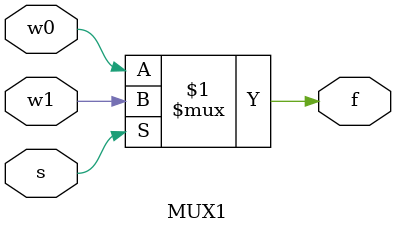
<source format=v>
module MUX1(input w0, w1, s, output f);
	
	assign f = s ? w1 : w0;

endmodule
</source>
